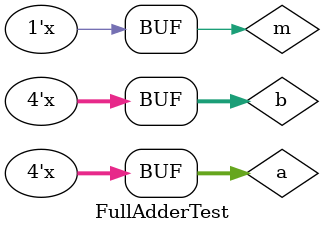
<source format=v>
`timescale 1ns / 1ps


module FullAdderTest;

	// Inputs
	reg [3:0] a;
	reg [3:0] b;
	reg m;

	// Outputs
	wire [3:0] S;
	wire Cout;
		wire V;

	
	// Temp vars
	//wire [3:0] Sideal;
	//wire CoutIdeal;
//wire [4:0] answer;
	// Instantiate the Unit Under Test (UUT)
	Verilog uut (
		.a(a), 
		.b(b), 
		.m(m), 
		.S(S), 
		.Cout(Cout),
		.V(V)
	);  

	initial begin
		// Initialize Inputs
		
		a = 4'b0000;
		b = 4'b0000;
		/*a[0] = 1;
		a[1] = 0;
		a[2] = 1;
		a[3] = 0;
		
		b[0] = 1;
		b[1] = 0;
		b[2] = 1;
		b[3] = 0;
		*/
		m = 0;

		// Wait 100 ns for global reset to finish
		#100;
        
		// Add stimulus here 

	end
   always begin

		#1;
		
		//if(m==0)
		//{CoutIdeal, Sideal} = {CoutIdeal, Sideal}+1;		
		//else
      //{CoutIdeal, Sideal} = {CoutIdeal, Sideal}-1;		
		
	//	if(m==0)
	//	answer = answer+1;
	//	else
	//	answer = answer}-1;
	
		{m,a,b} = {m,a,b}+1;
	end   
endmodule


</source>
